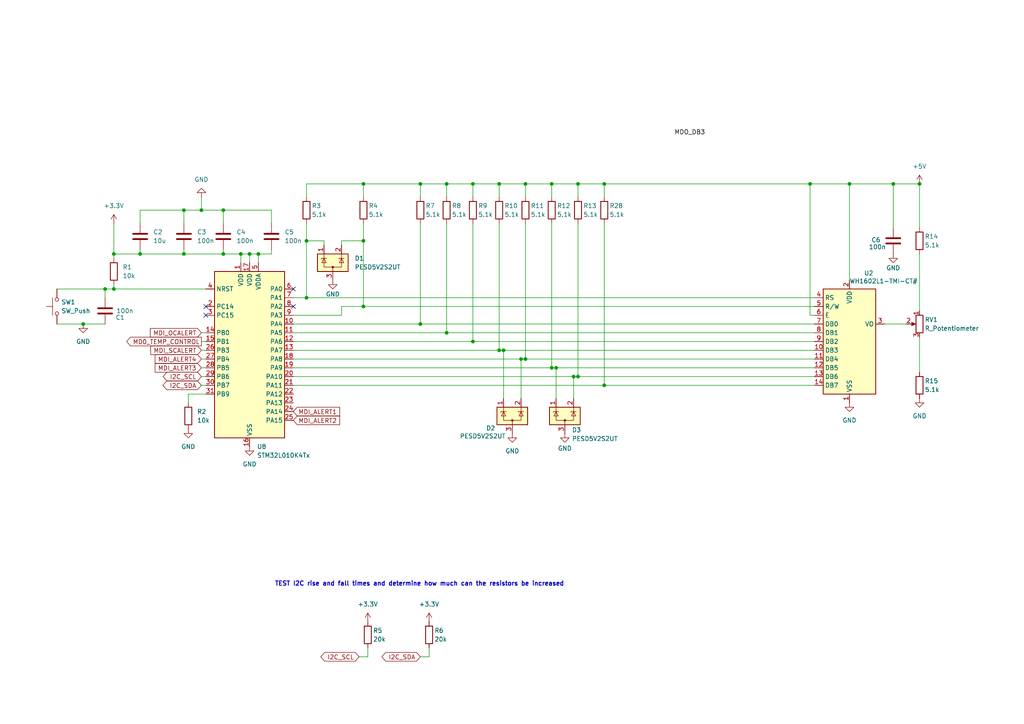
<source format=kicad_sch>
(kicad_sch (version 20250114) (generator "eeschema") (generator_version "9.0")
  (paper "A4")
  (lib_symbols
    (symbol "Device:C" (pin_numbers (hide yes)) (pin_names (offset 0.254))
      (property "Reference" "C" (at 0.635 2.54 0))
      (property "Value" "C" (at 0.635 -2.54 0))
      (symbol "C_0_1"
        (polyline (pts (xy -2.032 0.762) (xy 2.032 0.762)) (stroke (width 0.508)))
        (polyline (pts (xy -2.032 -0.762) (xy 2.032 -0.762)) (stroke (width 0.508)))
      )
      (symbol "C_1_1"
        (pin passive line (at 0 3.81 270) (length 2.794) (name "~") (number "1"))
        (pin passive line (at 0 -3.81 90) (length 2.794) (name "~") (number "2"))
      )
    )
    (symbol "Device:R" (pin_numbers (hide yes)) (pin_names (offset 0))
      (property "Reference" "R" (at 2.032 0 90))
      (property "Value" "R" (at 0 0 90))
      (symbol "R_0_1"
        (rectangle (start -1.016 -2.54) (end 1.016 2.54) (stroke (width 0.254)))
      )
      (symbol "R_1_1"
        (pin passive line (at 0 3.81 270) (length 1.27) (name "~") (number "1"))
        (pin passive line (at 0 -3.81 90) (length 1.27) (name "~") (number "2"))
      )
    )
    (symbol "Device:R_Potentiometer" (pin_names (offset 1.016) (hide yes))
      (property "Reference" "RV" (at -4.445 0 90))
      (property "Value" "R_Potentiometer" (at -2.54 0 90))
      (symbol "R_Potentiometer_0_1"
        (rectangle (start 1.016 2.54) (end -1.016 -2.54) (stroke (width 0.254)))
        (polyline (pts (xy 1.143 0) (xy 2.286 0.508) (xy 2.286 -0.508) (xy 1.143 0)) (fill (type outline)))
        (polyline (pts (xy 2.54 0) (xy 1.524 0)))
      )
      (symbol "R_Potentiometer_1_1"
        (pin passive line (at 0 3.81 270) (length 1.27) (name "1") (number "1"))
        (pin passive line (at 0 -3.81 90) (length 1.27) (name "3") (number "3"))
        (pin passive line (at 3.81 0 180) (length 1.27) (name "2") (number "2"))
      )
    )
    (symbol "Display_Character:LM16255K"
      (property "Reference" "U" (at -6.35 16.51 0))
      (property "Value" "LM16255K" (at 4.318 16.51 0))
      (symbol "LM16255K_0_1"
        (rectangle (start -7.62 15.24) (end 7.62 -15.24) (stroke (width 0.254)) (fill (type background)))
      )
      (symbol "LM16255K_1_1"
        (pin input line (at -10.16 12.7 0) (length 2.54) (name "RS") (number "4"))
        (pin input line (at -10.16 10.16 0) (length 2.54) (name "R/W") (number "5"))
        (pin input line (at -10.16 7.62 0) (length 2.54) (name "E") (number "6"))
        (pin bidirectional line (at -10.16 5.08 0) (length 2.54) (name "DB0") (number "7"))
        (pin bidirectional line (at -10.16 2.54 0) (length 2.54) (name "DB1") (number "8"))
        (pin bidirectional line (at -10.16 0 0) (length 2.54) (name "DB2") (number "9"))
        (pin bidirectional line (at -10.16 -2.54 0) (length 2.54) (name "DB3") (number "10"))
        (pin bidirectional line (at -10.16 -5.08 0) (length 2.54) (name "DB4") (number "11"))
        (pin bidirectional line (at -10.16 -7.62 0) (length 2.54) (name "DB5") (number "12"))
        (pin bidirectional line (at -10.16 -10.16 0) (length 2.54) (name "DB6") (number "13"))
        (pin bidirectional line (at -10.16 -12.7 0) (length 2.54) (name "DB7") (number "14"))
        (pin power_in line (at 0 17.78 270) (length 2.54) (name "VDD") (number "2"))
        (pin power_in line (at 0 -17.78 90) (length 2.54) (name "VSS") (number "1"))
        (pin power_in line (at 10.16 5.08 180) (length 2.54) (name "VO") (number "3"))
      )
    )
    (symbol "GND_1" (power) (pin_numbers (hide yes)) (pin_names (offset 0) (hide yes))
      (property "Value" "GND" (at 0 -3.81 0))
      (symbol "GND_1_0_1"
        (polyline (pts (xy 0 0) (xy 0 -1.27) (xy 1.27 -1.27) (xy 0 -2.54) (xy -1.27 -1.27) (xy 0 -1.27)))
      )
      (symbol "GND_1_1_1"
        (pin power_in line (at 0 0 270) (length 0) (name "~") (number "1"))
      )
    )
    (symbol "GND_2" (power) (pin_numbers (hide yes)) (pin_names (offset 0) (hide yes))
      (property "Value" "GND" (at 0 -3.81 0))
      (symbol "GND_2_0_1"
        (polyline (pts (xy 0 0) (xy 0 -1.27) (xy 1.27 -1.27) (xy 0 -2.54) (xy -1.27 -1.27) (xy 0 -1.27)))
      )
      (symbol "GND_2_1_1"
        (pin power_in line (at 0 0 270) (length 0) (name "~") (number "1"))
      )
    )
    (symbol "Power_Protection:ESDA5V3L" (pin_names (hide yes))
      (property "Reference" "D" (at 5.715 2.54 0))
      (property "Value" "ESDA5V3L" (at 5.715 0.635 0))
      (symbol "ESDA5V3L_0_0"
        (pin passive line (at 0 -5.08 90) (length 2.54) (name "A") (number "3"))
      )
      (symbol "ESDA5V3L_0_1"
        (rectangle (start -4.445 2.54) (end 4.445 -2.54) (stroke (width 0.254)) (fill (type background)))
        (polyline (pts (xy -3.302 1.016) (xy -3.302 1.27) (xy -1.905 1.27) (xy -1.778 1.27)))
        (polyline (pts (xy -2.54 2.54) (xy -2.54 1.27)))
        (polyline (pts (xy -2.54 1.27) (xy -2.54 -1.27) (xy 2.54 -1.27) (xy 2.54 1.27)))
        (polyline (pts (xy -2.54 1.27) (xy -1.905 0) (xy -3.175 0) (xy -2.54 1.27)))
        (polyline (pts (xy 0 -1.27) (xy 0 -2.54)))
        (circle (center 0 -1.27) (radius 0.254) (fill (type outline)))
        (polyline (pts (xy 1.778 1.016) (xy 1.778 1.27) (xy 3.175 1.27) (xy 3.302 1.27)))
        (polyline (pts (xy 2.54 2.54) (xy 2.54 1.27)))
        (polyline (pts (xy 2.54 1.27) (xy 1.905 0) (xy 3.175 0) (xy 2.54 1.27)))
      )
      (symbol "ESDA5V3L_1_1"
        (pin passive line (at -2.54 5.08 270) (length 2.54) (name "K") (number "1"))
        (pin passive line (at 2.54 5.08 270) (length 2.54) (name "K") (number "2"))
      )
    )
    (symbol "STM32L010K4Tx_1"
      (property "Reference" "U" (at -10.16 26.67 0))
      (property "Value" "STM32L010K4Tx" (at 5.08 26.67 0))
      (symbol "STM32L010K4Tx_1_0_1"
        (rectangle (start -10.16 -22.86) (end 10.16 25.4) (stroke (width 0.254)) (fill (type background)))
      )
      (symbol "STM32L010K4Tx_1_1_1"
        (pin input line (at -12.7 20.32 0) (length 2.54) (name "NRST") (number "4"))
        (pin bidirectional line (at -12.7 15.24 0) (length 2.54) (name "PC14") (number "2"))
        (pin bidirectional line (at -12.7 12.7 0) (length 2.54) (name "PC15") (number "3"))
        (pin bidirectional line (at -12.7 7.62 0) (length 2.54) (name "PB0") (number "14"))
        (pin bidirectional line (at -12.7 5.08 0) (length 2.54) (name "PB1") (number "15"))
        (pin bidirectional line (at -12.7 2.54 0) (length 2.54) (name "PB3") (number "26"))
        (pin bidirectional line (at -12.7 0 0) (length 2.54) (name "PB4") (number "27"))
        (pin bidirectional line (at -12.7 -2.54 0) (length 2.54) (name "PB5") (number "28"))
        (pin bidirectional line (at -12.7 -5.08 0) (length 2.54) (name "PB6") (number "29"))
        (pin bidirectional line (at -12.7 -7.62 0) (length 2.54) (name "PB7") (number "30"))
        (pin bidirectional line (at -12.7 -10.16 0) (length 2.54) (name "PB9") (number "31"))
        (pin power_in line (at -2.54 27.94 270) (length 2.54) (name "VDD") (number "1"))
        (pin power_in line (at 0 27.94 270) (length 2.54) (name "VDD") (number "17"))
        (pin power_in line (at 0 -25.4 90) (length 2.54) (name "VSS") (number "16"))
        (pin passive line (at 0 -25.4 90) (length 2.54) (hide yes) (name "VSS") (number "32"))
        (pin power_in line (at 2.54 27.94 270) (length 2.54) (name "VDDA") (number "5"))
        (pin bidirectional line (at 12.7 20.32 180) (length 2.54) (name "PA0") (number "6"))
        (pin bidirectional line (at 12.7 17.78 180) (length 2.54) (name "PA1") (number "7"))
        (pin bidirectional line (at 12.7 15.24 180) (length 2.54) (name "PA2") (number "8"))
        (pin bidirectional line (at 12.7 12.7 180) (length 2.54) (name "PA3") (number "9"))
        (pin bidirectional line (at 12.7 10.16 180) (length 2.54) (name "PA4") (number "10"))
        (pin bidirectional line (at 12.7 7.62 180) (length 2.54) (name "PA5") (number "11"))
        (pin bidirectional line (at 12.7 5.08 180) (length 2.54) (name "PA6") (number "12"))
        (pin bidirectional line (at 12.7 2.54 180) (length 2.54) (name "PA7") (number "13"))
        (pin bidirectional line (at 12.7 0 180) (length 2.54) (name "PA8") (number "18"))
        (pin bidirectional line (at 12.7 -2.54 180) (length 2.54) (name "PA9") (number "19"))
        (pin bidirectional line (at 12.7 -5.08 180) (length 2.54) (name "PA10") (number "20"))
        (pin bidirectional line (at 12.7 -7.62 180) (length 2.54) (name "PA11") (number "21"))
        (pin bidirectional line (at 12.7 -10.16 180) (length 2.54) (name "PA12") (number "22"))
        (pin bidirectional line (at 12.7 -12.7 180) (length 2.54) (name "PA13") (number "23"))
        (pin bidirectional line (at 12.7 -15.24 180) (length 2.54) (name "PA14") (number "24"))
        (pin bidirectional line (at 12.7 -17.78 180) (length 2.54) (name "PA15") (number "25"))
      )
    )
    (symbol "Switch:SW_Push" (pin_numbers (hide yes)) (pin_names (offset 1.016) (hide yes))
      (property "Reference" "SW" (at 1.27 2.54 0))
      (property "Value" "SW_Push" (at 0 -1.524 0))
      (symbol "SW_Push_0_1"
        (circle (center -2.032 0) (radius 0.508))
        (polyline (pts (xy 0 1.27) (xy 0 3.048)))
        (circle (center 2.032 0) (radius 0.508))
        (polyline (pts (xy 2.54 1.27) (xy -2.54 1.27)))
        (pin passive line (at -5.08 0 0) (length 2.54) (name "1") (number "1"))
        (pin passive line (at 5.08 0 180) (length 2.54) (name "2") (number "2"))
      )
    )
    (symbol "power:+3.3V" (power) (pin_numbers (hide yes)) (pin_names (offset 0) (hide yes))
      (property "Value" "+3.3V" (at 0 3.556 0))
      (symbol "+3.3V_0_1"
        (polyline (pts (xy -0.762 1.27) (xy 0 2.54)))
        (polyline (pts (xy 0 2.54) (xy 0.762 1.27)))
        (polyline (pts (xy 0 0) (xy 0 2.54)))
      )
      (symbol "+3.3V_1_1"
        (pin power_in line (at 0 0 90) (length 0) (name "~") (number "1"))
      )
    )
    (symbol "power:+5V" (power) (pin_numbers (hide yes)) (pin_names (offset 0) (hide yes))
      (property "Value" "+5V" (at 0 3.556 0))
      (symbol "+5V_0_1"
        (polyline (pts (xy -0.762 1.27) (xy 0 2.54)))
        (polyline (pts (xy 0 2.54) (xy 0.762 1.27)))
        (polyline (pts (xy 0 0) (xy 0 2.54)))
      )
      (symbol "+5V_1_1"
        (pin power_in line (at 0 0 90) (length 0) (name "~") (number "1"))
      )
    )
  )
  (text "TEST I2C rise and fall times and determine how much can the resistors be increased" (at 121.666 169.418 0) (effects (font (size 1.27 1.27) (thickness 0.254) (bold yes))))
  (junction (at 64.77 73.66))
  (junction (at 160.02 53.34))
  (junction (at 167.64 53.34))
  (junction (at 105.41 88.9))
  (junction (at 160.02 106.68))
  (junction (at 175.26 111.76))
  (junction (at 58.42 60.96))
  (junction (at 166.37 109.22))
  (junction (at 121.92 93.98))
  (junction (at 144.78 53.34))
  (junction (at 33.02 73.66))
  (junction (at 53.34 73.66))
  (junction (at 129.54 53.34))
  (junction (at 152.4 104.14))
  (junction (at 129.54 96.52))
  (junction (at 24.13 93.98))
  (junction (at 69.85 73.66))
  (junction (at 161.29 106.68))
  (junction (at 121.92 53.34))
  (junction (at 72.39 73.66))
  (junction (at 88.9 69.85))
  (junction (at 175.26 53.34))
  (junction (at 151.13 104.14))
  (junction (at 246.38 53.34))
  (junction (at 40.64 73.66))
  (junction (at 146.05 101.6))
  (junction (at 266.7 53.34))
  (junction (at 105.41 53.34))
  (junction (at 64.77 60.96))
  (junction (at 30.48 83.82))
  (junction (at 259.08 53.34))
  (junction (at 137.16 99.06))
  (junction (at 152.4 53.34))
  (junction (at 105.41 69.85))
  (junction (at 53.34 60.96))
  (junction (at 88.9 86.36))
  (junction (at 74.93 73.66))
  (junction (at 144.78 101.6))
  (junction (at 167.64 109.22))
  (junction (at 137.16 53.34))
  (junction (at 234.95 53.34))
  (junction (at 33.02 83.82))
  (no_connect (at 85.09 88.9))
  (no_connect (at 59.69 91.44))
  (no_connect (at 59.69 88.9))
  (no_connect (at 85.09 83.82))
  (wire (pts (xy 266.7 53.34) (xy 266.7 66.04)))
  (wire (pts (xy 69.85 73.66) (xy 69.85 76.2)))
  (wire (pts (xy 85.09 86.36) (xy 88.9 86.36)))
  (wire (pts (xy 99.06 88.9) (xy 105.41 88.9)))
  (wire (pts (xy 58.42 96.52) (xy 59.69 96.52)))
  (wire (pts (xy 166.37 109.22) (xy 167.64 109.22)))
  (wire (pts (xy 58.42 60.96) (xy 64.77 60.96)))
  (wire (pts (xy 88.9 69.85) (xy 88.9 86.36)))
  (wire (pts (xy 40.64 72.39) (xy 40.64 73.66)))
  (wire (pts (xy 161.29 106.68) (xy 236.22 106.68)))
  (wire (pts (xy 33.02 64.77) (xy 33.02 73.66)))
  (wire (pts (xy 124.46 187.96) (xy 124.46 190.5)))
  (wire (pts (xy 88.9 53.34) (xy 105.41 53.34)))
  (wire (pts (xy 85.09 93.98) (xy 121.92 93.98)))
  (wire (pts (xy 121.92 64.77) (xy 121.92 93.98)))
  (wire (pts (xy 88.9 86.36) (xy 236.22 86.36)))
  (wire (pts (xy 99.06 71.12) (xy 99.06 69.85)))
  (wire (pts (xy 151.13 104.14) (xy 151.13 115.57)))
  (wire (pts (xy 58.42 99.06) (xy 59.69 99.06)))
  (wire (pts (xy 85.09 96.52) (xy 129.54 96.52)))
  (wire (pts (xy 234.95 53.34) (xy 234.95 91.44)))
  (wire (pts (xy 246.38 53.34) (xy 259.08 53.34)))
  (wire (pts (xy 161.29 115.57) (xy 161.29 106.68)))
  (wire (pts (xy 85.09 109.22) (xy 166.37 109.22)))
  (wire (pts (xy 167.64 109.22) (xy 236.22 109.22)))
  (wire (pts (xy 105.41 53.34) (xy 121.92 53.34)))
  (wire (pts (xy 58.42 57.15) (xy 58.42 60.96)))
  (wire (pts (xy 40.64 64.77) (xy 40.64 60.96)))
  (wire (pts (xy 93.98 71.12) (xy 93.98 69.85)))
  (wire (pts (xy 69.85 73.66) (xy 72.39 73.66)))
  (wire (pts (xy 30.48 83.82) (xy 33.02 83.82)))
  (wire (pts (xy 121.92 57.15) (xy 121.92 53.34)))
  (wire (pts (xy 33.02 83.82) (xy 59.69 83.82)))
  (wire (pts (xy 58.42 101.6) (xy 59.69 101.6)))
  (wire (pts (xy 85.09 101.6) (xy 144.78 101.6)))
  (wire (pts (xy 53.34 60.96) (xy 58.42 60.96)))
  (wire (pts (xy 246.38 53.34) (xy 246.38 81.28)))
  (wire (pts (xy 72.39 73.66) (xy 72.39 76.2)))
  (wire (pts (xy 160.02 53.34) (xy 167.64 53.34)))
  (wire (pts (xy 259.08 66.04) (xy 259.08 53.34)))
  (wire (pts (xy 137.16 53.34) (xy 137.16 57.15)))
  (wire (pts (xy 58.42 106.68) (xy 59.69 106.68)))
  (wire (pts (xy 40.64 60.96) (xy 53.34 60.96)))
  (wire (pts (xy 129.54 53.34) (xy 137.16 53.34)))
  (wire (pts (xy 33.02 83.82) (xy 33.02 82.55)))
  (wire (pts (xy 106.68 187.96) (xy 106.68 190.5)))
  (wire (pts (xy 175.26 53.34) (xy 234.95 53.34)))
  (wire (pts (xy 160.02 64.77) (xy 160.02 106.68)))
  (wire (pts (xy 129.54 96.52) (xy 236.22 96.52)))
  (wire (pts (xy 137.16 53.34) (xy 144.78 53.34)))
  (wire (pts (xy 166.37 115.57) (xy 166.37 109.22)))
  (wire (pts (xy 85.09 91.44) (xy 99.06 91.44)))
  (wire (pts (xy 54.61 116.84) (xy 54.61 114.3)))
  (wire (pts (xy 88.9 53.34) (xy 88.9 57.15)))
  (wire (pts (xy 78.74 60.96) (xy 78.74 64.77)))
  (wire (pts (xy 33.02 73.66) (xy 40.64 73.66)))
  (wire (pts (xy 266.7 107.95) (xy 266.7 97.79)))
  (wire (pts (xy 144.78 53.34) (xy 144.78 57.15)))
  (wire (pts (xy 78.74 73.66) (xy 78.74 72.39)))
  (wire (pts (xy 175.26 111.76) (xy 236.22 111.76)))
  (wire (pts (xy 160.02 106.68) (xy 161.29 106.68)))
  (wire (pts (xy 58.42 109.22) (xy 59.69 109.22)))
  (wire (pts (xy 137.16 64.77) (xy 137.16 99.06)))
  (wire (pts (xy 16.51 93.98) (xy 24.13 93.98)))
  (wire (pts (xy 167.64 64.77) (xy 167.64 109.22)))
  (wire (pts (xy 121.92 53.34) (xy 129.54 53.34)))
  (wire (pts (xy 266.7 73.66) (xy 266.7 90.17)))
  (wire (pts (xy 151.13 104.14) (xy 152.4 104.14)))
  (wire (pts (xy 24.13 93.98) (xy 30.48 93.98)))
  (wire (pts (xy 85.09 111.76) (xy 175.26 111.76)))
  (wire (pts (xy 106.68 190.5) (xy 104.14 190.5)))
  (wire (pts (xy 236.22 91.44) (xy 234.95 91.44)))
  (wire (pts (xy 64.77 72.39) (xy 64.77 73.66)))
  (wire (pts (xy 85.09 99.06) (xy 137.16 99.06)))
  (wire (pts (xy 33.02 73.66) (xy 33.02 74.93)))
  (wire (pts (xy 121.92 93.98) (xy 236.22 93.98)))
  (wire (pts (xy 53.34 72.39) (xy 53.34 73.66)))
  (wire (pts (xy 88.9 69.85) (xy 93.98 69.85)))
  (wire (pts (xy 105.41 88.9) (xy 236.22 88.9)))
  (wire (pts (xy 262.89 93.98) (xy 256.54 93.98)))
  (wire (pts (xy 105.41 64.77) (xy 105.41 69.85)))
  (wire (pts (xy 175.26 64.77) (xy 175.26 111.76)))
  (wire (pts (xy 137.16 99.06) (xy 236.22 99.06)))
  (wire (pts (xy 175.26 53.34) (xy 175.26 57.15)))
  (wire (pts (xy 85.09 104.14) (xy 151.13 104.14)))
  (wire (pts (xy 40.64 73.66) (xy 53.34 73.66)))
  (wire (pts (xy 99.06 69.85) (xy 105.41 69.85)))
  (wire (pts (xy 64.77 60.96) (xy 78.74 60.96)))
  (wire (pts (xy 259.08 53.34) (xy 266.7 53.34)))
  (wire (pts (xy 124.46 190.5) (xy 121.92 190.5)))
  (wire (pts (xy 167.64 53.34) (xy 167.64 57.15)))
  (wire (pts (xy 152.4 53.34) (xy 160.02 53.34)))
  (wire (pts (xy 152.4 104.14) (xy 236.22 104.14)))
  (wire (pts (xy 58.42 104.14) (xy 59.69 104.14)))
  (wire (pts (xy 64.77 60.96) (xy 64.77 64.77)))
  (wire (pts (xy 129.54 64.77) (xy 129.54 96.52)))
  (wire (pts (xy 88.9 64.77) (xy 88.9 69.85)))
  (wire (pts (xy 105.41 53.34) (xy 105.41 57.15)))
  (wire (pts (xy 105.41 69.85) (xy 105.41 88.9)))
  (wire (pts (xy 146.05 101.6) (xy 236.22 101.6)))
  (wire (pts (xy 167.64 53.34) (xy 175.26 53.34)))
  (wire (pts (xy 152.4 53.34) (xy 152.4 57.15)))
  (wire (pts (xy 146.05 101.6) (xy 146.05 115.57)))
  (wire (pts (xy 144.78 64.77) (xy 144.78 101.6)))
  (wire (pts (xy 234.95 53.34) (xy 246.38 53.34)))
  (wire (pts (xy 160.02 53.34) (xy 160.02 57.15)))
  (wire (pts (xy 58.42 111.76) (xy 59.69 111.76)))
  (wire (pts (xy 74.93 73.66) (xy 74.93 76.2)))
  (wire (pts (xy 53.34 73.66) (xy 64.77 73.66)))
  (wire (pts (xy 152.4 64.77) (xy 152.4 104.14)))
  (wire (pts (xy 144.78 101.6) (xy 146.05 101.6)))
  (wire (pts (xy 99.06 88.9) (xy 99.06 91.44)))
  (wire (pts (xy 74.93 73.66) (xy 78.74 73.66)))
  (wire (pts (xy 16.51 83.82) (xy 30.48 83.82)))
  (wire (pts (xy 85.09 106.68) (xy 160.02 106.68)))
  (wire (pts (xy 54.61 114.3) (xy 59.69 114.3)))
  (wire (pts (xy 129.54 53.34) (xy 129.54 57.15)))
  (wire (pts (xy 64.77 73.66) (xy 69.85 73.66)))
  (wire (pts (xy 30.48 86.36) (xy 30.48 83.82)))
  (wire (pts (xy 144.78 53.34) (xy 152.4 53.34)))
  (wire (pts (xy 72.39 73.66) (xy 74.93 73.66)))
  (wire (pts (xy 53.34 60.96) (xy 53.34 64.77)))
  (label "MDO_DB3" (at 195.58 39.37 0))
  (global_label "MDI_ALERT3" (shape input) (at 58.42 106.68 180) (property "Intersheetrefs" "${INTERSHEET_REFS}" (effects (hide yes))))
  (global_label "MDI_ALERT4" (shape input) (at 58.42 104.14 180) (property "Intersheetrefs" "${INTERSHEET_REFS}" (effects (hide yes))))
  (global_label "I2C_SCL" (shape tri_state) (at 58.42 109.22 180) (property "Intersheetrefs" "${INTERSHEET_REFS}" (effects (hide yes))))
  (global_label "MD0_TEMP_CONTROL" (shape output) (at 58.42 99.06 180) (property "Intersheetrefs" "${INTERSHEET_REFS}" (effects (hide yes))))
  (global_label "MDI_SCALERT" (shape input) (at 58.42 101.6 180) (property "Intersheetrefs" "${INTERSHEET_REFS}" (effects (hide yes))))
  (global_label "I2C_SCL" (shape tri_state) (at 104.14 190.5 180) (property "Intersheetrefs" "${INTERSHEET_REFS}" (effects (hide yes))))
  (global_label "MDI_ALERT1" (shape input) (at 85.09 119.38 0) (property "Intersheetrefs" "${INTERSHEET_REFS}" (effects (hide yes))))
  (global_label "MDI_OCALERT" (shape input) (at 58.42 96.52 180) (property "Intersheetrefs" "${INTERSHEET_REFS}" (effects (hide yes))))
  (global_label "MDI_ALERT2" (shape input) (at 85.09 121.92 0) (property "Intersheetrefs" "${INTERSHEET_REFS}" (effects (hide yes))))
  (global_label "I2C_SDA" (shape tri_state) (at 58.42 111.76 180) (property "Intersheetrefs" "${INTERSHEET_REFS}" (effects (hide yes))))
  (global_label "I2C_SDA" (shape tri_state) (at 121.92 190.5 180) (property "Intersheetrefs" "${INTERSHEET_REFS}" (effects (hide yes))))
  (symbol (lib_id "Device:C") (at 259.08 69.85 0) (unit 1)
    (property "Reference" "C6" (at 252.73 69.596 0) (effects (justify left)))
    (property "Value" "100n" (at 251.968 71.628 0) (effects (justify left)))
    (property "Footprint" "Capacitor_SMD:C_0603_1608Metric" (effects (hide yes)))
    (property "PN" "CL10B104KB8NNNC" (effects (hide yes)))
    (property "PN Comet" "C0603 100nF 50V X7R SAMSUNG" (effects (hide yes)))
  )
  (symbol (lib_id "Device:C") (at 64.77 68.58 0) (unit 1)
    (property "Reference" "C4" (at 68.58 67.31 0) (effects (justify left)))
    (property "Value" "100n" (at 68.58 69.85 0) (effects (justify left)))
    (property "Footprint" "Capacitor_SMD:C_0603_1608Metric" (effects (hide yes)))
    (property "PN" "CL10B104KB8NNNC" (effects (hide yes)))
    (property "PN Comet" "C0603 100nF 50V X7R SAMSUNG" (effects (hide yes)))
  )
  (symbol (lib_id "Device:R") (at 54.61 120.65 0) (unit 1)
    (property "Reference" "R2" (at 57.15 119.3799 0) (effects (justify left)))
    (property "Value" "10k" (at 57.15 121.9199 0) (effects (justify left)))
    (property "Footprint" "Resistor_SMD:R_0603_1608Metric_Pad0.98x0.95mm_HandSolder" (effects (hide yes)))
    (property "Description" "Resistor" (effects (hide yes)))
  )
  (symbol (lib_id "Device:R") (at 160.02 60.96 0) (unit 1)
    (property "Reference" "R12" (at 161.544 59.69 0) (effects (justify left)))
    (property "Value" "5.1k" (at 161.544 62.23 0) (effects (justify left)))
    (property "Footprint" "Resistor_SMD:R_0603_1608Metric_Pad0.98x0.95mm_HandSolder" (effects (hide yes)))
    (property "Description" "Resistor" (effects (hide yes)))
  )
  (symbol (lib_id "Device:C") (at 53.34 68.58 0) (unit 1)
    (property "Reference" "C3" (at 57.15 67.31 0) (effects (justify left)))
    (property "Value" "100n" (at 57.15 69.85 0) (effects (justify left)))
    (property "Footprint" "Capacitor_SMD:C_0603_1608Metric" (effects (hide yes)))
    (property "PN" "CL10B104KB8NNNC" (effects (hide yes)))
    (property "PN Comet" "C0603 100nF 50V X7R SAMSUNG" (effects (hide yes)))
  )
  (symbol (lib_id "power:+3.3V") (at 124.46 180.34 0) (unit 1)
    (property "Reference" "#PWR014" (effects (hide yes)))
    (property "Value" "+3.3V" (at 124.46 175.26 0))
    (property "Description" "Power symbol creates a global label with name \"+3.3V\"" (effects (hide yes)))
  )
  (symbol (lib_id "Device:R") (at 88.9 60.96 0) (unit 1)
    (property "Reference" "R3" (at 90.424 59.69 0) (effects (justify left)))
    (property "Value" "5.1k" (at 90.424 62.23 0) (effects (justify left)))
    (property "Footprint" "Resistor_SMD:R_0603_1608Metric_Pad0.98x0.95mm_HandSolder" (effects (hide yes)))
    (property "Description" "Resistor" (effects (hide yes)))
  )
  (symbol (lib_id "Display_Character:LM16255K") (at 246.38 99.06 0) (unit 1)
    (property "Reference" "U2" (at 251.968 79.248 0))
    (property "Value" "WH1602L1-TMI-CT#" (at 256.286 81.534 0))
    (property "Footprint" "Display:LM16255" (effects (hide yes)))
    (property "Datasheet" "http://pdf.datasheetcatalog.com/datasheet/Sharp/mXvtrzw.pdf" (effects (hide yes)))
    (property "Description" "2 Lines, 12 character reflective LCD" (effects (hide yes)))
  )
  (symbol (lib_id "Device:R") (at 124.46 184.15 0) (unit 1)
    (property "Reference" "R6" (at 125.984 182.88 0) (effects (justify left)))
    (property "Value" "20k" (at 125.984 185.42 0) (effects (justify left)))
    (property "Footprint" "Resistor_SMD:R_0603_1608Metric_Pad0.98x0.95mm_HandSolder" (effects (hide yes)))
    (property "Description" "Resistor" (effects (hide yes)))
  )
  (symbol (lib_id "Device:R") (at 105.41 60.96 0) (unit 1)
    (property "Reference" "R4" (at 106.934 59.69 0) (effects (justify left)))
    (property "Value" "5.1k" (at 106.934 62.23 0) (effects (justify left)))
    (property "Footprint" "Resistor_SMD:R_0603_1608Metric_Pad0.98x0.95mm_HandSolder" (effects (hide yes)))
    (property "Description" "Resistor" (effects (hide yes)))
  )
  (symbol (lib_id "power:+5V") (at 266.7 53.34 0) (unit 1)
    (property "Reference" "#PWR019" (effects (hide yes)))
    (property "Value" "+5V" (at 266.7 48.26 0))
    (property "Description" "Power symbol creates a global label with name \"+5V\"" (effects (hide yes)))
  )
  (symbol (lib_id "Device:R") (at 175.26 60.96 0) (unit 1)
    (property "Reference" "R28" (at 176.784 59.69 0) (effects (justify left)))
    (property "Value" "5.1k" (at 176.784 62.23 0) (effects (justify left)))
    (property "Footprint" "Resistor_SMD:R_0603_1608Metric_Pad0.98x0.95mm_HandSolder" (effects (hide yes)))
    (property "Description" "Resistor" (effects (hide yes)))
  )
  (symbol (lib_name "GND_1") (lib_id "power:GND") (at 246.38 116.84 0) (unit 1)
    (property "Reference" "#PWR017" (effects (hide yes)))
    (property "Value" "GND" (at 246.38 121.92 0))
    (property "Description" "Power symbol creates a global label with name \"GND\" , ground" (effects (hide yes)))
  )
  (symbol (lib_id "power:+3.3V") (at 33.02 64.77 0) (unit 1)
    (property "Reference" "#PWR05" (effects (hide yes)))
    (property "Value" "+3.3V" (at 33.02 59.69 0))
    (property "Description" "Power symbol creates a global label with name \"+3.3V\"" (effects (hide yes)))
  )
  (symbol (lib_id "Device:R") (at 106.68 184.15 0) (unit 1)
    (property "Reference" "R5" (at 108.204 182.88 0) (effects (justify left)))
    (property "Value" "20k" (at 108.204 185.42 0) (effects (justify left)))
    (property "Footprint" "Resistor_SMD:R_0603_1608Metric_Pad0.98x0.95mm_HandSolder" (effects (hide yes)))
    (property "Description" "Resistor" (effects (hide yes)))
  )
  (symbol (lib_id "Device:C") (at 30.48 90.17 180) (unit 1)
    (property "Reference" "C1" (at 36.195 92.075 0) (effects (justify left)))
    (property "Value" "100n" (at 38.735 90.17 0) (effects (justify left)))
    (property "Footprint" "Capacitor_SMD:C_0603_1608Metric" (effects (hide yes)))
    (property "PN" "CL10B104KB8NNNC" (effects (hide yes)))
    (property "PN Comet" "C0603 100nF 50V X7R SAMSUNG" (effects (hide yes)))
  )
  (symbol (lib_name "GND_1") (lib_id "power:GND") (at 259.08 73.66 0) (unit 1)
    (property "Reference" "#PWR018" (effects (hide yes)))
    (property "Value" "GND" (at 259.08 77.724 0))
    (property "Description" "Power symbol creates a global label with name \"GND\" , ground" (effects (hide yes)))
  )
  (symbol (lib_name "STM32L010K4Tx_1") (lib_id "MCU_ST_STM32L0:STM32L010K4Tx") (at 72.39 104.14 0) (unit 1)
    (property "Reference" "U8" (at 74.5333 129.54 0) (effects (justify left)))
    (property "Value" "STM32L010K4Tx" (at 74.5333 132.08 0) (effects (justify left)))
    (property "Footprint" "Package_QFP:LQFP-32_7x7mm_P0.8mm" (effects (hide yes)))
    (property "Datasheet" "https://www.st.com/resource/en/datasheet/stm32l010k4.pdf" (effects (hide yes)))
    (property "Description" "STMicroelectronics Arm Cortex-M0+ MCU, 16KB flash, 2KB RAM, 32 MHz, 1.8-3.6V, 26 GPIO, LQFP32" (effects (hide yes)))
  )
  (symbol (lib_name "GND_2") (lib_id "power:GND") (at 24.13 93.98 0) (unit 1)
    (property "Reference" "#PWR04" (effects (hide yes)))
    (property "Value" "GND" (at 24.13 99.06 0))
    (property "Description" "Power symbol creates a global label with name \"GND\" , ground" (effects (hide yes)))
  )
  (symbol (lib_id "Device:R") (at 33.02 78.74 0) (unit 1)
    (property "Reference" "R1" (at 35.56 77.47 0) (effects (justify left)))
    (property "Value" "10k" (at 35.56 80.01 0) (effects (justify left)))
    (property "Footprint" "Resistor_SMD:R_0603_1608Metric_Pad0.98x0.95mm_HandSolder" (effects (hide yes)))
    (property "PN Comet" "R0603 10K 1% " (effects (hide yes)))
    (property "PN" "0603SAF0103T50 " (effects (hide yes)))
  )
  (symbol (lib_name "GND_2") (lib_id "power:GND") (at 54.61 124.46 0) (unit 1)
    (property "Reference" "#PWR021" (effects (hide yes)))
    (property "Value" "GND" (at 54.61 129.54 0))
    (property "Description" "Power symbol creates a global label with name \"GND\" , ground" (effects (hide yes)))
  )
  (symbol (lib_id "Power_Protection:ESDA5V3L") (at 163.83 120.65 0) (unit 1)
    (property "Reference" "D3" (at 165.862 124.714 0) (effects (justify left)))
    (property "Value" "PESD5V2S2UT" (at 165.862 127.254 0) (effects (justify left)))
    (property "Footprint" "Package_TO_SOT_SMD:SOT-23-3" (effects (hide yes)))
    (property "Datasheet" "https://www.st.com/resource/en/datasheet/esdal.pdf" (effects (hide yes)))
    (property "Description" "TVS Diode Array, 5.2V Standoff, 2 Channels, SOT23" (effects (hide yes)))
  )
  (symbol (lib_id "Device:R") (at 266.7 111.76 0) (unit 1)
    (property "Reference" "R15" (at 268.224 110.49 0) (effects (justify left)))
    (property "Value" "5.1k" (at 268.224 113.03 0) (effects (justify left)))
    (property "Footprint" "Resistor_SMD:R_0603_1608Metric_Pad0.98x0.95mm_HandSolder" (effects (hide yes)))
    (property "Description" "Resistor" (effects (hide yes)))
    (property "PN" "R0603 5.1K 1% " (effects (hide yes)))
    (property "PN Comet" "0603SAF0512T50 " (effects (hide yes)))
  )
  (symbol (lib_id "Device:R") (at 137.16 60.96 0) (unit 1)
    (property "Reference" "R9" (at 138.684 59.69 0) (effects (justify left)))
    (property "Value" "5.1k" (at 138.684 62.23 0) (effects (justify left)))
    (property "Footprint" "Resistor_SMD:R_0603_1608Metric_Pad0.98x0.95mm_HandSolder" (effects (hide yes)))
    (property "Description" "Resistor" (effects (hide yes)))
  )
  (symbol (lib_name "GND_1") (lib_id "power:GND") (at 266.7 115.57 0) (unit 1)
    (property "Reference" "#PWR020" (effects (hide yes)))
    (property "Value" "GND" (at 266.7 120.65 0))
    (property "Description" "Power symbol creates a global label with name \"GND\" , ground" (effects (hide yes)))
  )
  (symbol (lib_id "Switch:SW_Push") (at 16.51 88.9 90) (unit 1)
    (property "Reference" "SW1" (at 17.78 87.63 90) (effects (justify right)))
    (property "Value" "SW_Push" (at 17.78 90.17 90) (effects (justify right)))
    (property "Footprint" "Button_Switch_THT:SW_PUSH_6mm" (effects (hide yes)))
  )
  (symbol (lib_name "GND_2") (lib_id "power:GND") (at 148.59 125.73 0) (unit 1)
    (property "Reference" "#PWR09" (effects (hide yes)))
    (property "Value" "GND" (at 148.59 130.81 0))
    (property "Description" "Power symbol creates a global label with name \"GND\" , ground" (effects (hide yes)))
  )
  (symbol (lib_id "Device:R") (at 121.92 60.96 0) (unit 1)
    (property "Reference" "R7" (at 123.444 59.69 0) (effects (justify left)))
    (property "Value" "5.1k" (at 123.444 62.23 0) (effects (justify left)))
    (property "Footprint" "Resistor_SMD:R_0603_1608Metric_Pad0.98x0.95mm_HandSolder" (effects (hide yes)))
    (property "Description" "Resistor" (effects (hide yes)))
  )
  (symbol (lib_id "Device:C") (at 40.64 68.58 0) (unit 1)
    (property "Reference" "C2" (at 44.45 67.31 0) (effects (justify left)))
    (property "Value" "10u" (at 44.45 69.85 0) (effects (justify left)))
    (property "Footprint" "Capacitor_SMD:C_0805_2012Metric_Pad1.18x1.45mm_HandSolder" (effects (hide yes)))
    (property "PN" "CL21B106KQQNNNE" (effects (hide yes)))
    (property "PN Comet" "C0805 10uF 6.3V X7R SAMSUNG " (effects (hide yes)))
  )
  (symbol (lib_id "Power_Protection:ESDA5V3L") (at 148.59 120.65 0) (unit 1)
    (property "Reference" "D2" (at 140.97 124.206 0) (effects (justify left)))
    (property "Value" "PESD5V2S2UT" (at 133.35 126.492 0) (effects (justify left)))
    (property "Footprint" "Package_TO_SOT_SMD:SOT-23-3" (effects (hide yes)))
    (property "Datasheet" "https://www.st.com/resource/en/datasheet/esdal.pdf" (effects (hide yes)))
    (property "Description" "TVS Diode Array, 5.2V Standoff, 2 Channels, SOT23" (effects (hide yes)))
  )
  (symbol (lib_name "GND_2") (lib_id "power:GND") (at 96.52 81.28 0) (unit 1)
    (property "Reference" "#PWR07" (effects (hide yes)))
    (property "Value" "GND" (at 96.52 85.344 0))
    (property "Description" "Power symbol creates a global label with name \"GND\" , ground" (effects (hide yes)))
  )
  (symbol (lib_id "Device:R") (at 167.64 60.96 0) (unit 1)
    (property "Reference" "R13" (at 169.164 59.69 0) (effects (justify left)))
    (property "Value" "5.1k" (at 169.164 62.23 0) (effects (justify left)))
    (property "Footprint" "Resistor_SMD:R_0603_1608Metric_Pad0.98x0.95mm_HandSolder" (effects (hide yes)))
    (property "Description" "Resistor" (effects (hide yes)))
  )
  (symbol (lib_id "Device:R_Potentiometer") (at 266.7 93.98 0) (mirror y) (unit 1)
    (property "Reference" "RV1" (at 268.224 92.71 0) (effects (justify right)))
    (property "Value" "R_Potentiometer" (at 268.224 95.25 0) (effects (justify right)))
    (property "Footprint" "Potentiometer_THT:Potentiometer_Alps_RK09Y11_Single_Horizontal" (effects (hide yes)))
    (property "Description" "Potentiometer" (effects (hide yes)))
  )
  (symbol (lib_name "GND_2") (lib_id "power:GND") (at 72.39 129.54 0) (unit 1)
    (property "Reference" "#PWR08" (effects (hide yes)))
    (property "Value" "GND" (at 72.39 134.62 0))
    (property "Description" "Power symbol creates a global label with name \"GND\" , ground" (effects (hide yes)))
  )
  (symbol (lib_name "GND_2") (lib_id "power:GND") (at 163.83 125.73 0) (unit 1)
    (property "Reference" "#PWR010" (effects (hide yes)))
    (property "Value" "GND" (at 163.83 130.048 0))
    (property "Description" "Power symbol creates a global label with name \"GND\" , ground" (effects (hide yes)))
  )
  (symbol (lib_id "Device:R") (at 152.4 60.96 0) (unit 1)
    (property "Reference" "R11" (at 153.924 59.69 0) (effects (justify left)))
    (property "Value" "5.1k" (at 153.924 62.23 0) (effects (justify left)))
    (property "Footprint" "Resistor_SMD:R_0603_1608Metric_Pad0.98x0.95mm_HandSolder" (effects (hide yes)))
    (property "Description" "Resistor" (effects (hide yes)))
  )
  (symbol (lib_id "Device:R") (at 129.54 60.96 0) (unit 1)
    (property "Reference" "R8" (at 131.064 59.69 0) (effects (justify left)))
    (property "Value" "5.1k" (at 131.064 62.23 0) (effects (justify left)))
    (property "Footprint" "Resistor_SMD:R_0603_1608Metric_Pad0.98x0.95mm_HandSolder" (effects (hide yes)))
    (property "Description" "Resistor" (effects (hide yes)))
  )
  (symbol (lib_id "power:+3.3V") (at 106.68 180.34 0) (unit 1)
    (property "Reference" "#PWR013" (effects (hide yes)))
    (property "Value" "+3.3V" (at 106.68 175.26 0))
    (property "Description" "Power symbol creates a global label with name \"+3.3V\"" (effects (hide yes)))
  )
  (symbol (lib_name "GND_2") (lib_id "power:GND") (at 58.42 57.15 180) (unit 1)
    (property "Reference" "#PWR06" (effects (hide yes)))
    (property "Value" "GND" (at 58.42 52.07 0))
    (property "Description" "Power symbol creates a global label with name \"GND\" , ground" (effects (hide yes)))
  )
  (symbol (lib_id "Power_Protection:ESDA5V3L") (at 96.52 76.2 0) (unit 1)
    (property "Reference" "D1" (at 102.87 74.9299 0) (effects (justify left)))
    (property "Value" "PESD5V2S2UT" (at 102.87 77.4699 0) (effects (justify left)))
    (property "Footprint" "Package_TO_SOT_SMD:SOT-23-3" (effects (hide yes)))
    (property "Datasheet" "https://www.st.com/resource/en/datasheet/esdal.pdf" (effects (hide yes)))
    (property "Description" "TVS Diode Array, 5.2V Standoff, 2 Channels, SOT23" (effects (hide yes)))
  )
  (symbol (lib_id "Device:R") (at 144.78 60.96 0) (unit 1)
    (property "Reference" "R10" (at 146.304 59.69 0) (effects (justify left)))
    (property "Value" "5.1k" (at 146.304 62.23 0) (effects (justify left)))
    (property "Footprint" "Resistor_SMD:R_0603_1608Metric_Pad0.98x0.95mm_HandSolder" (effects (hide yes)))
    (property "Description" "Resistor" (effects (hide yes)))
  )
  (symbol (lib_id "Device:R") (at 266.7 69.85 0) (unit 1)
    (property "Reference" "R14" (at 268.224 68.58 0) (effects (justify left)))
    (property "Value" "5.1k" (at 268.224 71.12 0) (effects (justify left)))
    (property "Footprint" "Capacitor_SMD:C_0603_1608Metric" (effects (hide yes)))
    (property "Description" "Resistor" (effects (hide yes)))
    (property "PN" "R0603 5.1K 1% " (effects (hide yes)))
    (property "PN Comet" "0603SAF0512T50 " (effects (hide yes)))
  )
  (symbol (lib_id "Device:C") (at 78.74 68.58 0) (unit 1)
    (property "Reference" "C5" (at 82.55 67.31 0) (effects (justify left)))
    (property "Value" "100n" (at 82.55 69.85 0) (effects (justify left)))
    (property "Footprint" "Capacitor_SMD:C_0603_1608Metric" (effects (hide yes)))
    (property "PN" "CL10B104KB8NNNC" (effects (hide yes)))
    (property "PN Comet" "C0603 100nF 50V X7R SAMSUNG" (effects (hide yes)))
  )
)
</source>
